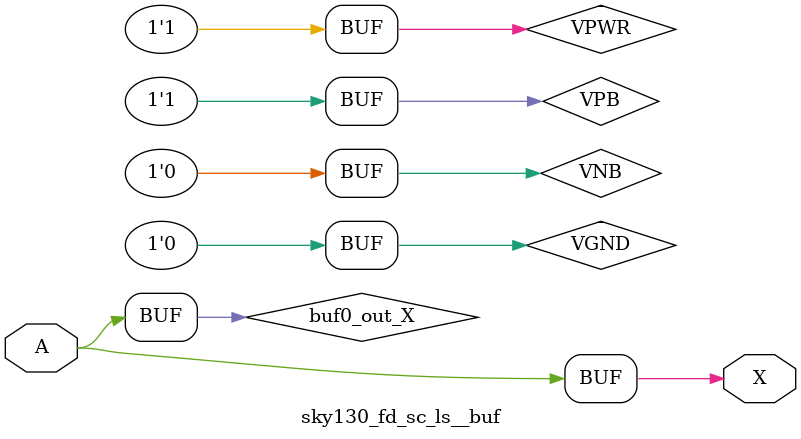
<source format=v>
/*
 * Copyright 2020 The SkyWater PDK Authors
 *
 * Licensed under the Apache License, Version 2.0 (the "License");
 * you may not use this file except in compliance with the License.
 * You may obtain a copy of the License at
 *
 *     https://www.apache.org/licenses/LICENSE-2.0
 *
 * Unless required by applicable law or agreed to in writing, software
 * distributed under the License is distributed on an "AS IS" BASIS,
 * WITHOUT WARRANTIES OR CONDITIONS OF ANY KIND, either express or implied.
 * See the License for the specific language governing permissions and
 * limitations under the License.
 *
 * SPDX-License-Identifier: Apache-2.0
*/


`ifndef SKY130_FD_SC_LS__BUF_BEHAVIORAL_V
`define SKY130_FD_SC_LS__BUF_BEHAVIORAL_V

/**
 * buf: Buffer.
 *
 * Verilog simulation functional model.
 */

`timescale 1ns / 1ps
`default_nettype none

`celldefine
module sky130_fd_sc_ls__buf (
    X,
    A
);

    // Module ports
    output X;
    input  A;

    // Module supplies
    supply1 VPWR;
    supply0 VGND;
    supply1 VPB ;
    supply0 VNB ;

    // Local signals
    wire buf0_out_X;

    //  Name  Output      Other arguments
    buf buf0 (buf0_out_X, A              );
    buf buf1 (X         , buf0_out_X     );

endmodule
`endcelldefine

`default_nettype wire
`endif  // SKY130_FD_SC_LS__BUF_BEHAVIORAL_V
</source>
